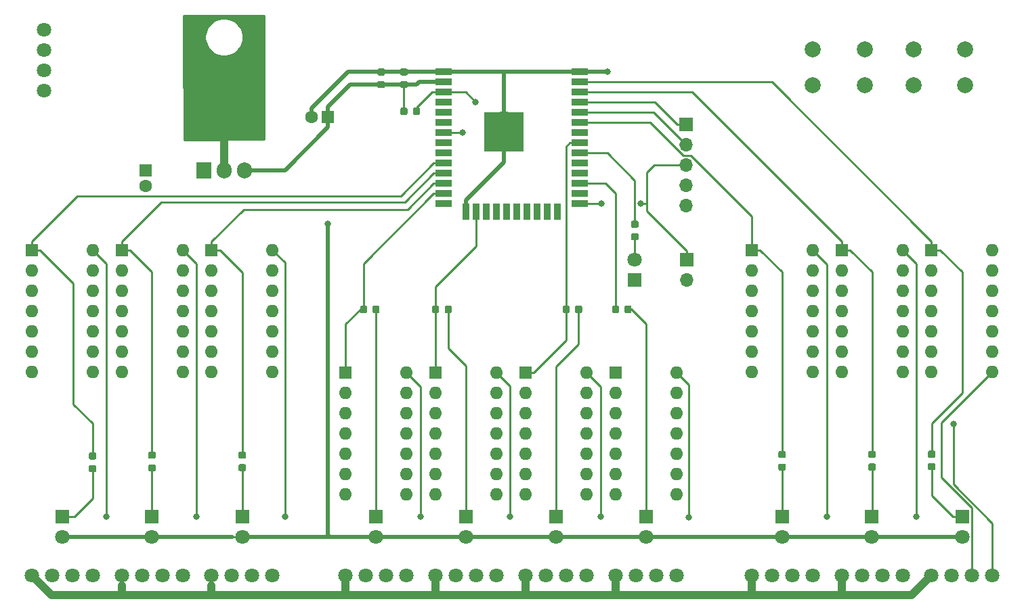
<source format=gbr>
G04 #@! TF.GenerationSoftware,KiCad,Pcbnew,5.1.5+dfsg1-2build2*
G04 #@! TF.CreationDate,2021-04-12T07:14:12+01:00*
G04 #@! TF.ProjectId,alarm_sensors,616c6172-6d5f-4736-956e-736f72732e6b,rev?*
G04 #@! TF.SameCoordinates,Original*
G04 #@! TF.FileFunction,Copper,L1,Top*
G04 #@! TF.FilePolarity,Positive*
%FSLAX46Y46*%
G04 Gerber Fmt 4.6, Leading zero omitted, Abs format (unit mm)*
G04 Created by KiCad (PCBNEW 5.1.5+dfsg1-2build2) date 2021-04-12 07:14:12*
%MOMM*%
%LPD*%
G04 APERTURE LIST*
%ADD10C,1.803400*%
%ADD11C,0.100000*%
%ADD12C,2.000000*%
%ADD13C,1.800000*%
%ADD14R,1.800000X1.800000*%
%ADD15O,1.700000X1.700000*%
%ADD16R,1.700000X1.700000*%
%ADD17O,1.600000X1.600000*%
%ADD18R,1.600000X1.600000*%
%ADD19O,1.905000X2.000000*%
%ADD20R,1.905000X2.000000*%
%ADD21C,1.600000*%
%ADD22R,5.000000X5.000000*%
%ADD23R,2.000000X0.900000*%
%ADD24R,0.900000X2.000000*%
%ADD25C,0.800000*%
%ADD26C,5.000000*%
%ADD27C,0.500000*%
%ADD28C,1.000000*%
%ADD29C,0.250000*%
%ADD30C,0.254000*%
G04 APERTURE END LIST*
D10*
X172500000Y-130750000D03*
X175040000Y-130750000D03*
X177580000Y-130750000D03*
X180120000Y-130750000D03*
X84025900Y-70064900D03*
X84025900Y-67524900D03*
X84025900Y-64984900D03*
X84025900Y-62444900D03*
X129370000Y-130750000D03*
X126830000Y-130750000D03*
X124290000Y-130750000D03*
X121750000Y-130750000D03*
X82500000Y-130750000D03*
X85040000Y-130750000D03*
X87580000Y-130750000D03*
X90120000Y-130750000D03*
G04 #@! TA.AperFunction,SMDPad,CuDef*
D11*
G36*
X130862491Y-72169053D02*
G01*
X130883726Y-72172203D01*
X130904550Y-72177419D01*
X130924762Y-72184651D01*
X130944168Y-72193830D01*
X130962581Y-72204866D01*
X130979824Y-72217654D01*
X130995730Y-72232070D01*
X131010146Y-72247976D01*
X131022934Y-72265219D01*
X131033970Y-72283632D01*
X131043149Y-72303038D01*
X131050381Y-72323250D01*
X131055597Y-72344074D01*
X131058747Y-72365309D01*
X131059800Y-72386750D01*
X131059800Y-72899250D01*
X131058747Y-72920691D01*
X131055597Y-72941926D01*
X131050381Y-72962750D01*
X131043149Y-72982962D01*
X131033970Y-73002368D01*
X131022934Y-73020781D01*
X131010146Y-73038024D01*
X130995730Y-73053930D01*
X130979824Y-73068346D01*
X130962581Y-73081134D01*
X130944168Y-73092170D01*
X130924762Y-73101349D01*
X130904550Y-73108581D01*
X130883726Y-73113797D01*
X130862491Y-73116947D01*
X130841050Y-73118000D01*
X130403550Y-73118000D01*
X130382109Y-73116947D01*
X130360874Y-73113797D01*
X130340050Y-73108581D01*
X130319838Y-73101349D01*
X130300432Y-73092170D01*
X130282019Y-73081134D01*
X130264776Y-73068346D01*
X130248870Y-73053930D01*
X130234454Y-73038024D01*
X130221666Y-73020781D01*
X130210630Y-73002368D01*
X130201451Y-72982962D01*
X130194219Y-72962750D01*
X130189003Y-72941926D01*
X130185853Y-72920691D01*
X130184800Y-72899250D01*
X130184800Y-72386750D01*
X130185853Y-72365309D01*
X130189003Y-72344074D01*
X130194219Y-72323250D01*
X130201451Y-72303038D01*
X130210630Y-72283632D01*
X130221666Y-72265219D01*
X130234454Y-72247976D01*
X130248870Y-72232070D01*
X130264776Y-72217654D01*
X130282019Y-72204866D01*
X130300432Y-72193830D01*
X130319838Y-72184651D01*
X130340050Y-72177419D01*
X130360874Y-72172203D01*
X130382109Y-72169053D01*
X130403550Y-72168000D01*
X130841050Y-72168000D01*
X130862491Y-72169053D01*
G37*
G04 #@! TD.AperFunction*
G04 #@! TA.AperFunction,SMDPad,CuDef*
G36*
X129287491Y-72169053D02*
G01*
X129308726Y-72172203D01*
X129329550Y-72177419D01*
X129349762Y-72184651D01*
X129369168Y-72193830D01*
X129387581Y-72204866D01*
X129404824Y-72217654D01*
X129420730Y-72232070D01*
X129435146Y-72247976D01*
X129447934Y-72265219D01*
X129458970Y-72283632D01*
X129468149Y-72303038D01*
X129475381Y-72323250D01*
X129480597Y-72344074D01*
X129483747Y-72365309D01*
X129484800Y-72386750D01*
X129484800Y-72899250D01*
X129483747Y-72920691D01*
X129480597Y-72941926D01*
X129475381Y-72962750D01*
X129468149Y-72982962D01*
X129458970Y-73002368D01*
X129447934Y-73020781D01*
X129435146Y-73038024D01*
X129420730Y-73053930D01*
X129404824Y-73068346D01*
X129387581Y-73081134D01*
X129369168Y-73092170D01*
X129349762Y-73101349D01*
X129329550Y-73108581D01*
X129308726Y-73113797D01*
X129287491Y-73116947D01*
X129266050Y-73118000D01*
X128828550Y-73118000D01*
X128807109Y-73116947D01*
X128785874Y-73113797D01*
X128765050Y-73108581D01*
X128744838Y-73101349D01*
X128725432Y-73092170D01*
X128707019Y-73081134D01*
X128689776Y-73068346D01*
X128673870Y-73053930D01*
X128659454Y-73038024D01*
X128646666Y-73020781D01*
X128635630Y-73002368D01*
X128626451Y-72982962D01*
X128619219Y-72962750D01*
X128614003Y-72941926D01*
X128610853Y-72920691D01*
X128609800Y-72899250D01*
X128609800Y-72386750D01*
X128610853Y-72365309D01*
X128614003Y-72344074D01*
X128619219Y-72323250D01*
X128626451Y-72303038D01*
X128635630Y-72283632D01*
X128646666Y-72265219D01*
X128659454Y-72247976D01*
X128673870Y-72232070D01*
X128689776Y-72217654D01*
X128707019Y-72204866D01*
X128725432Y-72193830D01*
X128744838Y-72184651D01*
X128765050Y-72177419D01*
X128785874Y-72172203D01*
X128807109Y-72169053D01*
X128828550Y-72168000D01*
X129266050Y-72168000D01*
X129287491Y-72169053D01*
G37*
G04 #@! TD.AperFunction*
D12*
X186626800Y-64896000D03*
X186626800Y-69396000D03*
X180126800Y-64896000D03*
X180126800Y-69396000D03*
G04 #@! TA.AperFunction,SMDPad,CuDef*
D11*
G36*
X158179491Y-87916553D02*
G01*
X158200726Y-87919703D01*
X158221550Y-87924919D01*
X158241762Y-87932151D01*
X158261168Y-87941330D01*
X158279581Y-87952366D01*
X158296824Y-87965154D01*
X158312730Y-87979570D01*
X158327146Y-87995476D01*
X158339934Y-88012719D01*
X158350970Y-88031132D01*
X158360149Y-88050538D01*
X158367381Y-88070750D01*
X158372597Y-88091574D01*
X158375747Y-88112809D01*
X158376800Y-88134250D01*
X158376800Y-88571750D01*
X158375747Y-88593191D01*
X158372597Y-88614426D01*
X158367381Y-88635250D01*
X158360149Y-88655462D01*
X158350970Y-88674868D01*
X158339934Y-88693281D01*
X158327146Y-88710524D01*
X158312730Y-88726430D01*
X158296824Y-88740846D01*
X158279581Y-88753634D01*
X158261168Y-88764670D01*
X158241762Y-88773849D01*
X158221550Y-88781081D01*
X158200726Y-88786297D01*
X158179491Y-88789447D01*
X158158050Y-88790500D01*
X157645550Y-88790500D01*
X157624109Y-88789447D01*
X157602874Y-88786297D01*
X157582050Y-88781081D01*
X157561838Y-88773849D01*
X157542432Y-88764670D01*
X157524019Y-88753634D01*
X157506776Y-88740846D01*
X157490870Y-88726430D01*
X157476454Y-88710524D01*
X157463666Y-88693281D01*
X157452630Y-88674868D01*
X157443451Y-88655462D01*
X157436219Y-88635250D01*
X157431003Y-88614426D01*
X157427853Y-88593191D01*
X157426800Y-88571750D01*
X157426800Y-88134250D01*
X157427853Y-88112809D01*
X157431003Y-88091574D01*
X157436219Y-88070750D01*
X157443451Y-88050538D01*
X157452630Y-88031132D01*
X157463666Y-88012719D01*
X157476454Y-87995476D01*
X157490870Y-87979570D01*
X157506776Y-87965154D01*
X157524019Y-87952366D01*
X157542432Y-87941330D01*
X157561838Y-87932151D01*
X157582050Y-87924919D01*
X157602874Y-87919703D01*
X157624109Y-87916553D01*
X157645550Y-87915500D01*
X158158050Y-87915500D01*
X158179491Y-87916553D01*
G37*
G04 #@! TD.AperFunction*
G04 #@! TA.AperFunction,SMDPad,CuDef*
G36*
X158179491Y-86341553D02*
G01*
X158200726Y-86344703D01*
X158221550Y-86349919D01*
X158241762Y-86357151D01*
X158261168Y-86366330D01*
X158279581Y-86377366D01*
X158296824Y-86390154D01*
X158312730Y-86404570D01*
X158327146Y-86420476D01*
X158339934Y-86437719D01*
X158350970Y-86456132D01*
X158360149Y-86475538D01*
X158367381Y-86495750D01*
X158372597Y-86516574D01*
X158375747Y-86537809D01*
X158376800Y-86559250D01*
X158376800Y-86996750D01*
X158375747Y-87018191D01*
X158372597Y-87039426D01*
X158367381Y-87060250D01*
X158360149Y-87080462D01*
X158350970Y-87099868D01*
X158339934Y-87118281D01*
X158327146Y-87135524D01*
X158312730Y-87151430D01*
X158296824Y-87165846D01*
X158279581Y-87178634D01*
X158261168Y-87189670D01*
X158241762Y-87198849D01*
X158221550Y-87206081D01*
X158200726Y-87211297D01*
X158179491Y-87214447D01*
X158158050Y-87215500D01*
X157645550Y-87215500D01*
X157624109Y-87214447D01*
X157602874Y-87211297D01*
X157582050Y-87206081D01*
X157561838Y-87198849D01*
X157542432Y-87189670D01*
X157524019Y-87178634D01*
X157506776Y-87165846D01*
X157490870Y-87151430D01*
X157476454Y-87135524D01*
X157463666Y-87118281D01*
X157452630Y-87099868D01*
X157443451Y-87080462D01*
X157436219Y-87060250D01*
X157431003Y-87039426D01*
X157427853Y-87018191D01*
X157426800Y-86996750D01*
X157426800Y-86559250D01*
X157427853Y-86537809D01*
X157431003Y-86516574D01*
X157436219Y-86495750D01*
X157443451Y-86475538D01*
X157452630Y-86456132D01*
X157463666Y-86437719D01*
X157476454Y-86420476D01*
X157490870Y-86404570D01*
X157506776Y-86390154D01*
X157524019Y-86377366D01*
X157542432Y-86366330D01*
X157561838Y-86357151D01*
X157582050Y-86349919D01*
X157602874Y-86344703D01*
X157624109Y-86341553D01*
X157645550Y-86340500D01*
X158158050Y-86340500D01*
X158179491Y-86341553D01*
G37*
G04 #@! TD.AperFunction*
G04 #@! TA.AperFunction,SMDPad,CuDef*
G36*
X195288891Y-116707453D02*
G01*
X195310126Y-116710603D01*
X195330950Y-116715819D01*
X195351162Y-116723051D01*
X195370568Y-116732230D01*
X195388981Y-116743266D01*
X195406224Y-116756054D01*
X195422130Y-116770470D01*
X195436546Y-116786376D01*
X195449334Y-116803619D01*
X195460370Y-116822032D01*
X195469549Y-116841438D01*
X195476781Y-116861650D01*
X195481997Y-116882474D01*
X195485147Y-116903709D01*
X195486200Y-116925150D01*
X195486200Y-117362650D01*
X195485147Y-117384091D01*
X195481997Y-117405326D01*
X195476781Y-117426150D01*
X195469549Y-117446362D01*
X195460370Y-117465768D01*
X195449334Y-117484181D01*
X195436546Y-117501424D01*
X195422130Y-117517330D01*
X195406224Y-117531746D01*
X195388981Y-117544534D01*
X195370568Y-117555570D01*
X195351162Y-117564749D01*
X195330950Y-117571981D01*
X195310126Y-117577197D01*
X195288891Y-117580347D01*
X195267450Y-117581400D01*
X194754950Y-117581400D01*
X194733509Y-117580347D01*
X194712274Y-117577197D01*
X194691450Y-117571981D01*
X194671238Y-117564749D01*
X194651832Y-117555570D01*
X194633419Y-117544534D01*
X194616176Y-117531746D01*
X194600270Y-117517330D01*
X194585854Y-117501424D01*
X194573066Y-117484181D01*
X194562030Y-117465768D01*
X194552851Y-117446362D01*
X194545619Y-117426150D01*
X194540403Y-117405326D01*
X194537253Y-117384091D01*
X194536200Y-117362650D01*
X194536200Y-116925150D01*
X194537253Y-116903709D01*
X194540403Y-116882474D01*
X194545619Y-116861650D01*
X194552851Y-116841438D01*
X194562030Y-116822032D01*
X194573066Y-116803619D01*
X194585854Y-116786376D01*
X194600270Y-116770470D01*
X194616176Y-116756054D01*
X194633419Y-116743266D01*
X194651832Y-116732230D01*
X194671238Y-116723051D01*
X194691450Y-116715819D01*
X194712274Y-116710603D01*
X194733509Y-116707453D01*
X194754950Y-116706400D01*
X195267450Y-116706400D01*
X195288891Y-116707453D01*
G37*
G04 #@! TD.AperFunction*
G04 #@! TA.AperFunction,SMDPad,CuDef*
G36*
X195288891Y-115132453D02*
G01*
X195310126Y-115135603D01*
X195330950Y-115140819D01*
X195351162Y-115148051D01*
X195370568Y-115157230D01*
X195388981Y-115168266D01*
X195406224Y-115181054D01*
X195422130Y-115195470D01*
X195436546Y-115211376D01*
X195449334Y-115228619D01*
X195460370Y-115247032D01*
X195469549Y-115266438D01*
X195476781Y-115286650D01*
X195481997Y-115307474D01*
X195485147Y-115328709D01*
X195486200Y-115350150D01*
X195486200Y-115787650D01*
X195485147Y-115809091D01*
X195481997Y-115830326D01*
X195476781Y-115851150D01*
X195469549Y-115871362D01*
X195460370Y-115890768D01*
X195449334Y-115909181D01*
X195436546Y-115926424D01*
X195422130Y-115942330D01*
X195406224Y-115956746D01*
X195388981Y-115969534D01*
X195370568Y-115980570D01*
X195351162Y-115989749D01*
X195330950Y-115996981D01*
X195310126Y-116002197D01*
X195288891Y-116005347D01*
X195267450Y-116006400D01*
X194754950Y-116006400D01*
X194733509Y-116005347D01*
X194712274Y-116002197D01*
X194691450Y-115996981D01*
X194671238Y-115989749D01*
X194651832Y-115980570D01*
X194633419Y-115969534D01*
X194616176Y-115956746D01*
X194600270Y-115942330D01*
X194585854Y-115926424D01*
X194573066Y-115909181D01*
X194562030Y-115890768D01*
X194552851Y-115871362D01*
X194545619Y-115851150D01*
X194540403Y-115830326D01*
X194537253Y-115809091D01*
X194536200Y-115787650D01*
X194536200Y-115350150D01*
X194537253Y-115328709D01*
X194540403Y-115307474D01*
X194545619Y-115286650D01*
X194552851Y-115266438D01*
X194562030Y-115247032D01*
X194573066Y-115228619D01*
X194585854Y-115211376D01*
X194600270Y-115195470D01*
X194616176Y-115181054D01*
X194633419Y-115168266D01*
X194651832Y-115157230D01*
X194671238Y-115148051D01*
X194691450Y-115140819D01*
X194712274Y-115135603D01*
X194733509Y-115132453D01*
X194754950Y-115131400D01*
X195267450Y-115131400D01*
X195288891Y-115132453D01*
G37*
G04 #@! TD.AperFunction*
G04 #@! TA.AperFunction,SMDPad,CuDef*
G36*
X187846691Y-116732853D02*
G01*
X187867926Y-116736003D01*
X187888750Y-116741219D01*
X187908962Y-116748451D01*
X187928368Y-116757630D01*
X187946781Y-116768666D01*
X187964024Y-116781454D01*
X187979930Y-116795870D01*
X187994346Y-116811776D01*
X188007134Y-116829019D01*
X188018170Y-116847432D01*
X188027349Y-116866838D01*
X188034581Y-116887050D01*
X188039797Y-116907874D01*
X188042947Y-116929109D01*
X188044000Y-116950550D01*
X188044000Y-117388050D01*
X188042947Y-117409491D01*
X188039797Y-117430726D01*
X188034581Y-117451550D01*
X188027349Y-117471762D01*
X188018170Y-117491168D01*
X188007134Y-117509581D01*
X187994346Y-117526824D01*
X187979930Y-117542730D01*
X187964024Y-117557146D01*
X187946781Y-117569934D01*
X187928368Y-117580970D01*
X187908962Y-117590149D01*
X187888750Y-117597381D01*
X187867926Y-117602597D01*
X187846691Y-117605747D01*
X187825250Y-117606800D01*
X187312750Y-117606800D01*
X187291309Y-117605747D01*
X187270074Y-117602597D01*
X187249250Y-117597381D01*
X187229038Y-117590149D01*
X187209632Y-117580970D01*
X187191219Y-117569934D01*
X187173976Y-117557146D01*
X187158070Y-117542730D01*
X187143654Y-117526824D01*
X187130866Y-117509581D01*
X187119830Y-117491168D01*
X187110651Y-117471762D01*
X187103419Y-117451550D01*
X187098203Y-117430726D01*
X187095053Y-117409491D01*
X187094000Y-117388050D01*
X187094000Y-116950550D01*
X187095053Y-116929109D01*
X187098203Y-116907874D01*
X187103419Y-116887050D01*
X187110651Y-116866838D01*
X187119830Y-116847432D01*
X187130866Y-116829019D01*
X187143654Y-116811776D01*
X187158070Y-116795870D01*
X187173976Y-116781454D01*
X187191219Y-116768666D01*
X187209632Y-116757630D01*
X187229038Y-116748451D01*
X187249250Y-116741219D01*
X187270074Y-116736003D01*
X187291309Y-116732853D01*
X187312750Y-116731800D01*
X187825250Y-116731800D01*
X187846691Y-116732853D01*
G37*
G04 #@! TD.AperFunction*
G04 #@! TA.AperFunction,SMDPad,CuDef*
G36*
X187846691Y-115157853D02*
G01*
X187867926Y-115161003D01*
X187888750Y-115166219D01*
X187908962Y-115173451D01*
X187928368Y-115182630D01*
X187946781Y-115193666D01*
X187964024Y-115206454D01*
X187979930Y-115220870D01*
X187994346Y-115236776D01*
X188007134Y-115254019D01*
X188018170Y-115272432D01*
X188027349Y-115291838D01*
X188034581Y-115312050D01*
X188039797Y-115332874D01*
X188042947Y-115354109D01*
X188044000Y-115375550D01*
X188044000Y-115813050D01*
X188042947Y-115834491D01*
X188039797Y-115855726D01*
X188034581Y-115876550D01*
X188027349Y-115896762D01*
X188018170Y-115916168D01*
X188007134Y-115934581D01*
X187994346Y-115951824D01*
X187979930Y-115967730D01*
X187964024Y-115982146D01*
X187946781Y-115994934D01*
X187928368Y-116005970D01*
X187908962Y-116015149D01*
X187888750Y-116022381D01*
X187867926Y-116027597D01*
X187846691Y-116030747D01*
X187825250Y-116031800D01*
X187312750Y-116031800D01*
X187291309Y-116030747D01*
X187270074Y-116027597D01*
X187249250Y-116022381D01*
X187229038Y-116015149D01*
X187209632Y-116005970D01*
X187191219Y-115994934D01*
X187173976Y-115982146D01*
X187158070Y-115967730D01*
X187143654Y-115951824D01*
X187130866Y-115934581D01*
X187119830Y-115916168D01*
X187110651Y-115896762D01*
X187103419Y-115876550D01*
X187098203Y-115855726D01*
X187095053Y-115834491D01*
X187094000Y-115813050D01*
X187094000Y-115375550D01*
X187095053Y-115354109D01*
X187098203Y-115332874D01*
X187103419Y-115312050D01*
X187110651Y-115291838D01*
X187119830Y-115272432D01*
X187130866Y-115254019D01*
X187143654Y-115236776D01*
X187158070Y-115220870D01*
X187173976Y-115206454D01*
X187191219Y-115193666D01*
X187209632Y-115182630D01*
X187229038Y-115173451D01*
X187249250Y-115166219D01*
X187270074Y-115161003D01*
X187291309Y-115157853D01*
X187312750Y-115156800D01*
X187825250Y-115156800D01*
X187846691Y-115157853D01*
G37*
G04 #@! TD.AperFunction*
G04 #@! TA.AperFunction,SMDPad,CuDef*
G36*
X176607191Y-116745553D02*
G01*
X176628426Y-116748703D01*
X176649250Y-116753919D01*
X176669462Y-116761151D01*
X176688868Y-116770330D01*
X176707281Y-116781366D01*
X176724524Y-116794154D01*
X176740430Y-116808570D01*
X176754846Y-116824476D01*
X176767634Y-116841719D01*
X176778670Y-116860132D01*
X176787849Y-116879538D01*
X176795081Y-116899750D01*
X176800297Y-116920574D01*
X176803447Y-116941809D01*
X176804500Y-116963250D01*
X176804500Y-117400750D01*
X176803447Y-117422191D01*
X176800297Y-117443426D01*
X176795081Y-117464250D01*
X176787849Y-117484462D01*
X176778670Y-117503868D01*
X176767634Y-117522281D01*
X176754846Y-117539524D01*
X176740430Y-117555430D01*
X176724524Y-117569846D01*
X176707281Y-117582634D01*
X176688868Y-117593670D01*
X176669462Y-117602849D01*
X176649250Y-117610081D01*
X176628426Y-117615297D01*
X176607191Y-117618447D01*
X176585750Y-117619500D01*
X176073250Y-117619500D01*
X176051809Y-117618447D01*
X176030574Y-117615297D01*
X176009750Y-117610081D01*
X175989538Y-117602849D01*
X175970132Y-117593670D01*
X175951719Y-117582634D01*
X175934476Y-117569846D01*
X175918570Y-117555430D01*
X175904154Y-117539524D01*
X175891366Y-117522281D01*
X175880330Y-117503868D01*
X175871151Y-117484462D01*
X175863919Y-117464250D01*
X175858703Y-117443426D01*
X175855553Y-117422191D01*
X175854500Y-117400750D01*
X175854500Y-116963250D01*
X175855553Y-116941809D01*
X175858703Y-116920574D01*
X175863919Y-116899750D01*
X175871151Y-116879538D01*
X175880330Y-116860132D01*
X175891366Y-116841719D01*
X175904154Y-116824476D01*
X175918570Y-116808570D01*
X175934476Y-116794154D01*
X175951719Y-116781366D01*
X175970132Y-116770330D01*
X175989538Y-116761151D01*
X176009750Y-116753919D01*
X176030574Y-116748703D01*
X176051809Y-116745553D01*
X176073250Y-116744500D01*
X176585750Y-116744500D01*
X176607191Y-116745553D01*
G37*
G04 #@! TD.AperFunction*
G04 #@! TA.AperFunction,SMDPad,CuDef*
G36*
X176607191Y-115170553D02*
G01*
X176628426Y-115173703D01*
X176649250Y-115178919D01*
X176669462Y-115186151D01*
X176688868Y-115195330D01*
X176707281Y-115206366D01*
X176724524Y-115219154D01*
X176740430Y-115233570D01*
X176754846Y-115249476D01*
X176767634Y-115266719D01*
X176778670Y-115285132D01*
X176787849Y-115304538D01*
X176795081Y-115324750D01*
X176800297Y-115345574D01*
X176803447Y-115366809D01*
X176804500Y-115388250D01*
X176804500Y-115825750D01*
X176803447Y-115847191D01*
X176800297Y-115868426D01*
X176795081Y-115889250D01*
X176787849Y-115909462D01*
X176778670Y-115928868D01*
X176767634Y-115947281D01*
X176754846Y-115964524D01*
X176740430Y-115980430D01*
X176724524Y-115994846D01*
X176707281Y-116007634D01*
X176688868Y-116018670D01*
X176669462Y-116027849D01*
X176649250Y-116035081D01*
X176628426Y-116040297D01*
X176607191Y-116043447D01*
X176585750Y-116044500D01*
X176073250Y-116044500D01*
X176051809Y-116043447D01*
X176030574Y-116040297D01*
X176009750Y-116035081D01*
X175989538Y-116027849D01*
X175970132Y-116018670D01*
X175951719Y-116007634D01*
X175934476Y-115994846D01*
X175918570Y-115980430D01*
X175904154Y-115964524D01*
X175891366Y-115947281D01*
X175880330Y-115928868D01*
X175871151Y-115909462D01*
X175863919Y-115889250D01*
X175858703Y-115868426D01*
X175855553Y-115847191D01*
X175854500Y-115825750D01*
X175854500Y-115388250D01*
X175855553Y-115366809D01*
X175858703Y-115345574D01*
X175863919Y-115324750D01*
X175871151Y-115304538D01*
X175880330Y-115285132D01*
X175891366Y-115266719D01*
X175904154Y-115249476D01*
X175918570Y-115233570D01*
X175934476Y-115219154D01*
X175951719Y-115206366D01*
X175970132Y-115195330D01*
X175989538Y-115186151D01*
X176009750Y-115178919D01*
X176030574Y-115173703D01*
X176051809Y-115170553D01*
X176073250Y-115169500D01*
X176585750Y-115169500D01*
X176607191Y-115170553D01*
G37*
G04 #@! TD.AperFunction*
G04 #@! TA.AperFunction,SMDPad,CuDef*
G36*
X157303891Y-96959453D02*
G01*
X157325126Y-96962603D01*
X157345950Y-96967819D01*
X157366162Y-96975051D01*
X157385568Y-96984230D01*
X157403981Y-96995266D01*
X157421224Y-97008054D01*
X157437130Y-97022470D01*
X157451546Y-97038376D01*
X157464334Y-97055619D01*
X157475370Y-97074032D01*
X157484549Y-97093438D01*
X157491781Y-97113650D01*
X157496997Y-97134474D01*
X157500147Y-97155709D01*
X157501200Y-97177150D01*
X157501200Y-97689650D01*
X157500147Y-97711091D01*
X157496997Y-97732326D01*
X157491781Y-97753150D01*
X157484549Y-97773362D01*
X157475370Y-97792768D01*
X157464334Y-97811181D01*
X157451546Y-97828424D01*
X157437130Y-97844330D01*
X157421224Y-97858746D01*
X157403981Y-97871534D01*
X157385568Y-97882570D01*
X157366162Y-97891749D01*
X157345950Y-97898981D01*
X157325126Y-97904197D01*
X157303891Y-97907347D01*
X157282450Y-97908400D01*
X156844950Y-97908400D01*
X156823509Y-97907347D01*
X156802274Y-97904197D01*
X156781450Y-97898981D01*
X156761238Y-97891749D01*
X156741832Y-97882570D01*
X156723419Y-97871534D01*
X156706176Y-97858746D01*
X156690270Y-97844330D01*
X156675854Y-97828424D01*
X156663066Y-97811181D01*
X156652030Y-97792768D01*
X156642851Y-97773362D01*
X156635619Y-97753150D01*
X156630403Y-97732326D01*
X156627253Y-97711091D01*
X156626200Y-97689650D01*
X156626200Y-97177150D01*
X156627253Y-97155709D01*
X156630403Y-97134474D01*
X156635619Y-97113650D01*
X156642851Y-97093438D01*
X156652030Y-97074032D01*
X156663066Y-97055619D01*
X156675854Y-97038376D01*
X156690270Y-97022470D01*
X156706176Y-97008054D01*
X156723419Y-96995266D01*
X156741832Y-96984230D01*
X156761238Y-96975051D01*
X156781450Y-96967819D01*
X156802274Y-96962603D01*
X156823509Y-96959453D01*
X156844950Y-96958400D01*
X157282450Y-96958400D01*
X157303891Y-96959453D01*
G37*
G04 #@! TD.AperFunction*
G04 #@! TA.AperFunction,SMDPad,CuDef*
G36*
X155728891Y-96959453D02*
G01*
X155750126Y-96962603D01*
X155770950Y-96967819D01*
X155791162Y-96975051D01*
X155810568Y-96984230D01*
X155828981Y-96995266D01*
X155846224Y-97008054D01*
X155862130Y-97022470D01*
X155876546Y-97038376D01*
X155889334Y-97055619D01*
X155900370Y-97074032D01*
X155909549Y-97093438D01*
X155916781Y-97113650D01*
X155921997Y-97134474D01*
X155925147Y-97155709D01*
X155926200Y-97177150D01*
X155926200Y-97689650D01*
X155925147Y-97711091D01*
X155921997Y-97732326D01*
X155916781Y-97753150D01*
X155909549Y-97773362D01*
X155900370Y-97792768D01*
X155889334Y-97811181D01*
X155876546Y-97828424D01*
X155862130Y-97844330D01*
X155846224Y-97858746D01*
X155828981Y-97871534D01*
X155810568Y-97882570D01*
X155791162Y-97891749D01*
X155770950Y-97898981D01*
X155750126Y-97904197D01*
X155728891Y-97907347D01*
X155707450Y-97908400D01*
X155269950Y-97908400D01*
X155248509Y-97907347D01*
X155227274Y-97904197D01*
X155206450Y-97898981D01*
X155186238Y-97891749D01*
X155166832Y-97882570D01*
X155148419Y-97871534D01*
X155131176Y-97858746D01*
X155115270Y-97844330D01*
X155100854Y-97828424D01*
X155088066Y-97811181D01*
X155077030Y-97792768D01*
X155067851Y-97773362D01*
X155060619Y-97753150D01*
X155055403Y-97732326D01*
X155052253Y-97711091D01*
X155051200Y-97689650D01*
X155051200Y-97177150D01*
X155052253Y-97155709D01*
X155055403Y-97134474D01*
X155060619Y-97113650D01*
X155067851Y-97093438D01*
X155077030Y-97074032D01*
X155088066Y-97055619D01*
X155100854Y-97038376D01*
X155115270Y-97022470D01*
X155131176Y-97008054D01*
X155148419Y-96995266D01*
X155166832Y-96984230D01*
X155186238Y-96975051D01*
X155206450Y-96967819D01*
X155227274Y-96962603D01*
X155248509Y-96959453D01*
X155269950Y-96958400D01*
X155707450Y-96958400D01*
X155728891Y-96959453D01*
G37*
G04 #@! TD.AperFunction*
G04 #@! TA.AperFunction,SMDPad,CuDef*
G36*
X151131691Y-96959453D02*
G01*
X151152926Y-96962603D01*
X151173750Y-96967819D01*
X151193962Y-96975051D01*
X151213368Y-96984230D01*
X151231781Y-96995266D01*
X151249024Y-97008054D01*
X151264930Y-97022470D01*
X151279346Y-97038376D01*
X151292134Y-97055619D01*
X151303170Y-97074032D01*
X151312349Y-97093438D01*
X151319581Y-97113650D01*
X151324797Y-97134474D01*
X151327947Y-97155709D01*
X151329000Y-97177150D01*
X151329000Y-97689650D01*
X151327947Y-97711091D01*
X151324797Y-97732326D01*
X151319581Y-97753150D01*
X151312349Y-97773362D01*
X151303170Y-97792768D01*
X151292134Y-97811181D01*
X151279346Y-97828424D01*
X151264930Y-97844330D01*
X151249024Y-97858746D01*
X151231781Y-97871534D01*
X151213368Y-97882570D01*
X151193962Y-97891749D01*
X151173750Y-97898981D01*
X151152926Y-97904197D01*
X151131691Y-97907347D01*
X151110250Y-97908400D01*
X150672750Y-97908400D01*
X150651309Y-97907347D01*
X150630074Y-97904197D01*
X150609250Y-97898981D01*
X150589038Y-97891749D01*
X150569632Y-97882570D01*
X150551219Y-97871534D01*
X150533976Y-97858746D01*
X150518070Y-97844330D01*
X150503654Y-97828424D01*
X150490866Y-97811181D01*
X150479830Y-97792768D01*
X150470651Y-97773362D01*
X150463419Y-97753150D01*
X150458203Y-97732326D01*
X150455053Y-97711091D01*
X150454000Y-97689650D01*
X150454000Y-97177150D01*
X150455053Y-97155709D01*
X150458203Y-97134474D01*
X150463419Y-97113650D01*
X150470651Y-97093438D01*
X150479830Y-97074032D01*
X150490866Y-97055619D01*
X150503654Y-97038376D01*
X150518070Y-97022470D01*
X150533976Y-97008054D01*
X150551219Y-96995266D01*
X150569632Y-96984230D01*
X150589038Y-96975051D01*
X150609250Y-96967819D01*
X150630074Y-96962603D01*
X150651309Y-96959453D01*
X150672750Y-96958400D01*
X151110250Y-96958400D01*
X151131691Y-96959453D01*
G37*
G04 #@! TD.AperFunction*
G04 #@! TA.AperFunction,SMDPad,CuDef*
G36*
X149556691Y-96959453D02*
G01*
X149577926Y-96962603D01*
X149598750Y-96967819D01*
X149618962Y-96975051D01*
X149638368Y-96984230D01*
X149656781Y-96995266D01*
X149674024Y-97008054D01*
X149689930Y-97022470D01*
X149704346Y-97038376D01*
X149717134Y-97055619D01*
X149728170Y-97074032D01*
X149737349Y-97093438D01*
X149744581Y-97113650D01*
X149749797Y-97134474D01*
X149752947Y-97155709D01*
X149754000Y-97177150D01*
X149754000Y-97689650D01*
X149752947Y-97711091D01*
X149749797Y-97732326D01*
X149744581Y-97753150D01*
X149737349Y-97773362D01*
X149728170Y-97792768D01*
X149717134Y-97811181D01*
X149704346Y-97828424D01*
X149689930Y-97844330D01*
X149674024Y-97858746D01*
X149656781Y-97871534D01*
X149638368Y-97882570D01*
X149618962Y-97891749D01*
X149598750Y-97898981D01*
X149577926Y-97904197D01*
X149556691Y-97907347D01*
X149535250Y-97908400D01*
X149097750Y-97908400D01*
X149076309Y-97907347D01*
X149055074Y-97904197D01*
X149034250Y-97898981D01*
X149014038Y-97891749D01*
X148994632Y-97882570D01*
X148976219Y-97871534D01*
X148958976Y-97858746D01*
X148943070Y-97844330D01*
X148928654Y-97828424D01*
X148915866Y-97811181D01*
X148904830Y-97792768D01*
X148895651Y-97773362D01*
X148888419Y-97753150D01*
X148883203Y-97732326D01*
X148880053Y-97711091D01*
X148879000Y-97689650D01*
X148879000Y-97177150D01*
X148880053Y-97155709D01*
X148883203Y-97134474D01*
X148888419Y-97113650D01*
X148895651Y-97093438D01*
X148904830Y-97074032D01*
X148915866Y-97055619D01*
X148928654Y-97038376D01*
X148943070Y-97022470D01*
X148958976Y-97008054D01*
X148976219Y-96995266D01*
X148994632Y-96984230D01*
X149014038Y-96975051D01*
X149034250Y-96967819D01*
X149055074Y-96962603D01*
X149076309Y-96959453D01*
X149097750Y-96958400D01*
X149535250Y-96958400D01*
X149556691Y-96959453D01*
G37*
G04 #@! TD.AperFunction*
G04 #@! TA.AperFunction,SMDPad,CuDef*
G36*
X134812191Y-96972153D02*
G01*
X134833426Y-96975303D01*
X134854250Y-96980519D01*
X134874462Y-96987751D01*
X134893868Y-96996930D01*
X134912281Y-97007966D01*
X134929524Y-97020754D01*
X134945430Y-97035170D01*
X134959846Y-97051076D01*
X134972634Y-97068319D01*
X134983670Y-97086732D01*
X134992849Y-97106138D01*
X135000081Y-97126350D01*
X135005297Y-97147174D01*
X135008447Y-97168409D01*
X135009500Y-97189850D01*
X135009500Y-97702350D01*
X135008447Y-97723791D01*
X135005297Y-97745026D01*
X135000081Y-97765850D01*
X134992849Y-97786062D01*
X134983670Y-97805468D01*
X134972634Y-97823881D01*
X134959846Y-97841124D01*
X134945430Y-97857030D01*
X134929524Y-97871446D01*
X134912281Y-97884234D01*
X134893868Y-97895270D01*
X134874462Y-97904449D01*
X134854250Y-97911681D01*
X134833426Y-97916897D01*
X134812191Y-97920047D01*
X134790750Y-97921100D01*
X134353250Y-97921100D01*
X134331809Y-97920047D01*
X134310574Y-97916897D01*
X134289750Y-97911681D01*
X134269538Y-97904449D01*
X134250132Y-97895270D01*
X134231719Y-97884234D01*
X134214476Y-97871446D01*
X134198570Y-97857030D01*
X134184154Y-97841124D01*
X134171366Y-97823881D01*
X134160330Y-97805468D01*
X134151151Y-97786062D01*
X134143919Y-97765850D01*
X134138703Y-97745026D01*
X134135553Y-97723791D01*
X134134500Y-97702350D01*
X134134500Y-97189850D01*
X134135553Y-97168409D01*
X134138703Y-97147174D01*
X134143919Y-97126350D01*
X134151151Y-97106138D01*
X134160330Y-97086732D01*
X134171366Y-97068319D01*
X134184154Y-97051076D01*
X134198570Y-97035170D01*
X134214476Y-97020754D01*
X134231719Y-97007966D01*
X134250132Y-96996930D01*
X134269538Y-96987751D01*
X134289750Y-96980519D01*
X134310574Y-96975303D01*
X134331809Y-96972153D01*
X134353250Y-96971100D01*
X134790750Y-96971100D01*
X134812191Y-96972153D01*
G37*
G04 #@! TD.AperFunction*
G04 #@! TA.AperFunction,SMDPad,CuDef*
G36*
X133237191Y-96972153D02*
G01*
X133258426Y-96975303D01*
X133279250Y-96980519D01*
X133299462Y-96987751D01*
X133318868Y-96996930D01*
X133337281Y-97007966D01*
X133354524Y-97020754D01*
X133370430Y-97035170D01*
X133384846Y-97051076D01*
X133397634Y-97068319D01*
X133408670Y-97086732D01*
X133417849Y-97106138D01*
X133425081Y-97126350D01*
X133430297Y-97147174D01*
X133433447Y-97168409D01*
X133434500Y-97189850D01*
X133434500Y-97702350D01*
X133433447Y-97723791D01*
X133430297Y-97745026D01*
X133425081Y-97765850D01*
X133417849Y-97786062D01*
X133408670Y-97805468D01*
X133397634Y-97823881D01*
X133384846Y-97841124D01*
X133370430Y-97857030D01*
X133354524Y-97871446D01*
X133337281Y-97884234D01*
X133318868Y-97895270D01*
X133299462Y-97904449D01*
X133279250Y-97911681D01*
X133258426Y-97916897D01*
X133237191Y-97920047D01*
X133215750Y-97921100D01*
X132778250Y-97921100D01*
X132756809Y-97920047D01*
X132735574Y-97916897D01*
X132714750Y-97911681D01*
X132694538Y-97904449D01*
X132675132Y-97895270D01*
X132656719Y-97884234D01*
X132639476Y-97871446D01*
X132623570Y-97857030D01*
X132609154Y-97841124D01*
X132596366Y-97823881D01*
X132585330Y-97805468D01*
X132576151Y-97786062D01*
X132568919Y-97765850D01*
X132563703Y-97745026D01*
X132560553Y-97723791D01*
X132559500Y-97702350D01*
X132559500Y-97189850D01*
X132560553Y-97168409D01*
X132563703Y-97147174D01*
X132568919Y-97126350D01*
X132576151Y-97106138D01*
X132585330Y-97086732D01*
X132596366Y-97068319D01*
X132609154Y-97051076D01*
X132623570Y-97035170D01*
X132639476Y-97020754D01*
X132656719Y-97007966D01*
X132675132Y-96996930D01*
X132694538Y-96987751D01*
X132714750Y-96980519D01*
X132735574Y-96975303D01*
X132756809Y-96972153D01*
X132778250Y-96971100D01*
X133215750Y-96971100D01*
X133237191Y-96972153D01*
G37*
G04 #@! TD.AperFunction*
G04 #@! TA.AperFunction,SMDPad,CuDef*
G36*
X125807891Y-96972153D02*
G01*
X125829126Y-96975303D01*
X125849950Y-96980519D01*
X125870162Y-96987751D01*
X125889568Y-96996930D01*
X125907981Y-97007966D01*
X125925224Y-97020754D01*
X125941130Y-97035170D01*
X125955546Y-97051076D01*
X125968334Y-97068319D01*
X125979370Y-97086732D01*
X125988549Y-97106138D01*
X125995781Y-97126350D01*
X126000997Y-97147174D01*
X126004147Y-97168409D01*
X126005200Y-97189850D01*
X126005200Y-97702350D01*
X126004147Y-97723791D01*
X126000997Y-97745026D01*
X125995781Y-97765850D01*
X125988549Y-97786062D01*
X125979370Y-97805468D01*
X125968334Y-97823881D01*
X125955546Y-97841124D01*
X125941130Y-97857030D01*
X125925224Y-97871446D01*
X125907981Y-97884234D01*
X125889568Y-97895270D01*
X125870162Y-97904449D01*
X125849950Y-97911681D01*
X125829126Y-97916897D01*
X125807891Y-97920047D01*
X125786450Y-97921100D01*
X125348950Y-97921100D01*
X125327509Y-97920047D01*
X125306274Y-97916897D01*
X125285450Y-97911681D01*
X125265238Y-97904449D01*
X125245832Y-97895270D01*
X125227419Y-97884234D01*
X125210176Y-97871446D01*
X125194270Y-97857030D01*
X125179854Y-97841124D01*
X125167066Y-97823881D01*
X125156030Y-97805468D01*
X125146851Y-97786062D01*
X125139619Y-97765850D01*
X125134403Y-97745026D01*
X125131253Y-97723791D01*
X125130200Y-97702350D01*
X125130200Y-97189850D01*
X125131253Y-97168409D01*
X125134403Y-97147174D01*
X125139619Y-97126350D01*
X125146851Y-97106138D01*
X125156030Y-97086732D01*
X125167066Y-97068319D01*
X125179854Y-97051076D01*
X125194270Y-97035170D01*
X125210176Y-97020754D01*
X125227419Y-97007966D01*
X125245832Y-96996930D01*
X125265238Y-96987751D01*
X125285450Y-96980519D01*
X125306274Y-96975303D01*
X125327509Y-96972153D01*
X125348950Y-96971100D01*
X125786450Y-96971100D01*
X125807891Y-96972153D01*
G37*
G04 #@! TD.AperFunction*
G04 #@! TA.AperFunction,SMDPad,CuDef*
G36*
X124232891Y-96972153D02*
G01*
X124254126Y-96975303D01*
X124274950Y-96980519D01*
X124295162Y-96987751D01*
X124314568Y-96996930D01*
X124332981Y-97007966D01*
X124350224Y-97020754D01*
X124366130Y-97035170D01*
X124380546Y-97051076D01*
X124393334Y-97068319D01*
X124404370Y-97086732D01*
X124413549Y-97106138D01*
X124420781Y-97126350D01*
X124425997Y-97147174D01*
X124429147Y-97168409D01*
X124430200Y-97189850D01*
X124430200Y-97702350D01*
X124429147Y-97723791D01*
X124425997Y-97745026D01*
X124420781Y-97765850D01*
X124413549Y-97786062D01*
X124404370Y-97805468D01*
X124393334Y-97823881D01*
X124380546Y-97841124D01*
X124366130Y-97857030D01*
X124350224Y-97871446D01*
X124332981Y-97884234D01*
X124314568Y-97895270D01*
X124295162Y-97904449D01*
X124274950Y-97911681D01*
X124254126Y-97916897D01*
X124232891Y-97920047D01*
X124211450Y-97921100D01*
X123773950Y-97921100D01*
X123752509Y-97920047D01*
X123731274Y-97916897D01*
X123710450Y-97911681D01*
X123690238Y-97904449D01*
X123670832Y-97895270D01*
X123652419Y-97884234D01*
X123635176Y-97871446D01*
X123619270Y-97857030D01*
X123604854Y-97841124D01*
X123592066Y-97823881D01*
X123581030Y-97805468D01*
X123571851Y-97786062D01*
X123564619Y-97765850D01*
X123559403Y-97745026D01*
X123556253Y-97723791D01*
X123555200Y-97702350D01*
X123555200Y-97189850D01*
X123556253Y-97168409D01*
X123559403Y-97147174D01*
X123564619Y-97126350D01*
X123571851Y-97106138D01*
X123581030Y-97086732D01*
X123592066Y-97068319D01*
X123604854Y-97051076D01*
X123619270Y-97035170D01*
X123635176Y-97020754D01*
X123652419Y-97007966D01*
X123670832Y-96996930D01*
X123690238Y-96987751D01*
X123710450Y-96980519D01*
X123731274Y-96975303D01*
X123752509Y-96972153D01*
X123773950Y-96971100D01*
X124211450Y-96971100D01*
X124232891Y-96972153D01*
G37*
G04 #@! TD.AperFunction*
G04 #@! TA.AperFunction,SMDPad,CuDef*
G36*
X109119391Y-116821653D02*
G01*
X109140626Y-116824803D01*
X109161450Y-116830019D01*
X109181662Y-116837251D01*
X109201068Y-116846430D01*
X109219481Y-116857466D01*
X109236724Y-116870254D01*
X109252630Y-116884670D01*
X109267046Y-116900576D01*
X109279834Y-116917819D01*
X109290870Y-116936232D01*
X109300049Y-116955638D01*
X109307281Y-116975850D01*
X109312497Y-116996674D01*
X109315647Y-117017909D01*
X109316700Y-117039350D01*
X109316700Y-117476850D01*
X109315647Y-117498291D01*
X109312497Y-117519526D01*
X109307281Y-117540350D01*
X109300049Y-117560562D01*
X109290870Y-117579968D01*
X109279834Y-117598381D01*
X109267046Y-117615624D01*
X109252630Y-117631530D01*
X109236724Y-117645946D01*
X109219481Y-117658734D01*
X109201068Y-117669770D01*
X109181662Y-117678949D01*
X109161450Y-117686181D01*
X109140626Y-117691397D01*
X109119391Y-117694547D01*
X109097950Y-117695600D01*
X108585450Y-117695600D01*
X108564009Y-117694547D01*
X108542774Y-117691397D01*
X108521950Y-117686181D01*
X108501738Y-117678949D01*
X108482332Y-117669770D01*
X108463919Y-117658734D01*
X108446676Y-117645946D01*
X108430770Y-117631530D01*
X108416354Y-117615624D01*
X108403566Y-117598381D01*
X108392530Y-117579968D01*
X108383351Y-117560562D01*
X108376119Y-117540350D01*
X108370903Y-117519526D01*
X108367753Y-117498291D01*
X108366700Y-117476850D01*
X108366700Y-117039350D01*
X108367753Y-117017909D01*
X108370903Y-116996674D01*
X108376119Y-116975850D01*
X108383351Y-116955638D01*
X108392530Y-116936232D01*
X108403566Y-116917819D01*
X108416354Y-116900576D01*
X108430770Y-116884670D01*
X108446676Y-116870254D01*
X108463919Y-116857466D01*
X108482332Y-116846430D01*
X108501738Y-116837251D01*
X108521950Y-116830019D01*
X108542774Y-116824803D01*
X108564009Y-116821653D01*
X108585450Y-116820600D01*
X109097950Y-116820600D01*
X109119391Y-116821653D01*
G37*
G04 #@! TD.AperFunction*
G04 #@! TA.AperFunction,SMDPad,CuDef*
G36*
X109119391Y-115246653D02*
G01*
X109140626Y-115249803D01*
X109161450Y-115255019D01*
X109181662Y-115262251D01*
X109201068Y-115271430D01*
X109219481Y-115282466D01*
X109236724Y-115295254D01*
X109252630Y-115309670D01*
X109267046Y-115325576D01*
X109279834Y-115342819D01*
X109290870Y-115361232D01*
X109300049Y-115380638D01*
X109307281Y-115400850D01*
X109312497Y-115421674D01*
X109315647Y-115442909D01*
X109316700Y-115464350D01*
X109316700Y-115901850D01*
X109315647Y-115923291D01*
X109312497Y-115944526D01*
X109307281Y-115965350D01*
X109300049Y-115985562D01*
X109290870Y-116004968D01*
X109279834Y-116023381D01*
X109267046Y-116040624D01*
X109252630Y-116056530D01*
X109236724Y-116070946D01*
X109219481Y-116083734D01*
X109201068Y-116094770D01*
X109181662Y-116103949D01*
X109161450Y-116111181D01*
X109140626Y-116116397D01*
X109119391Y-116119547D01*
X109097950Y-116120600D01*
X108585450Y-116120600D01*
X108564009Y-116119547D01*
X108542774Y-116116397D01*
X108521950Y-116111181D01*
X108501738Y-116103949D01*
X108482332Y-116094770D01*
X108463919Y-116083734D01*
X108446676Y-116070946D01*
X108430770Y-116056530D01*
X108416354Y-116040624D01*
X108403566Y-116023381D01*
X108392530Y-116004968D01*
X108383351Y-115985562D01*
X108376119Y-115965350D01*
X108370903Y-115944526D01*
X108367753Y-115923291D01*
X108366700Y-115901850D01*
X108366700Y-115464350D01*
X108367753Y-115442909D01*
X108370903Y-115421674D01*
X108376119Y-115400850D01*
X108383351Y-115380638D01*
X108392530Y-115361232D01*
X108403566Y-115342819D01*
X108416354Y-115325576D01*
X108430770Y-115309670D01*
X108446676Y-115295254D01*
X108463919Y-115282466D01*
X108482332Y-115271430D01*
X108501738Y-115262251D01*
X108521950Y-115255019D01*
X108542774Y-115249803D01*
X108564009Y-115246653D01*
X108585450Y-115245600D01*
X109097950Y-115245600D01*
X109119391Y-115246653D01*
G37*
G04 #@! TD.AperFunction*
G04 #@! TA.AperFunction,SMDPad,CuDef*
G36*
X97829091Y-116834453D02*
G01*
X97850326Y-116837603D01*
X97871150Y-116842819D01*
X97891362Y-116850051D01*
X97910768Y-116859230D01*
X97929181Y-116870266D01*
X97946424Y-116883054D01*
X97962330Y-116897470D01*
X97976746Y-116913376D01*
X97989534Y-116930619D01*
X98000570Y-116949032D01*
X98009749Y-116968438D01*
X98016981Y-116988650D01*
X98022197Y-117009474D01*
X98025347Y-117030709D01*
X98026400Y-117052150D01*
X98026400Y-117489650D01*
X98025347Y-117511091D01*
X98022197Y-117532326D01*
X98016981Y-117553150D01*
X98009749Y-117573362D01*
X98000570Y-117592768D01*
X97989534Y-117611181D01*
X97976746Y-117628424D01*
X97962330Y-117644330D01*
X97946424Y-117658746D01*
X97929181Y-117671534D01*
X97910768Y-117682570D01*
X97891362Y-117691749D01*
X97871150Y-117698981D01*
X97850326Y-117704197D01*
X97829091Y-117707347D01*
X97807650Y-117708400D01*
X97295150Y-117708400D01*
X97273709Y-117707347D01*
X97252474Y-117704197D01*
X97231650Y-117698981D01*
X97211438Y-117691749D01*
X97192032Y-117682570D01*
X97173619Y-117671534D01*
X97156376Y-117658746D01*
X97140470Y-117644330D01*
X97126054Y-117628424D01*
X97113266Y-117611181D01*
X97102230Y-117592768D01*
X97093051Y-117573362D01*
X97085819Y-117553150D01*
X97080603Y-117532326D01*
X97077453Y-117511091D01*
X97076400Y-117489650D01*
X97076400Y-117052150D01*
X97077453Y-117030709D01*
X97080603Y-117009474D01*
X97085819Y-116988650D01*
X97093051Y-116968438D01*
X97102230Y-116949032D01*
X97113266Y-116930619D01*
X97126054Y-116913376D01*
X97140470Y-116897470D01*
X97156376Y-116883054D01*
X97173619Y-116870266D01*
X97192032Y-116859230D01*
X97211438Y-116850051D01*
X97231650Y-116842819D01*
X97252474Y-116837603D01*
X97273709Y-116834453D01*
X97295150Y-116833400D01*
X97807650Y-116833400D01*
X97829091Y-116834453D01*
G37*
G04 #@! TD.AperFunction*
G04 #@! TA.AperFunction,SMDPad,CuDef*
G36*
X97829091Y-115259453D02*
G01*
X97850326Y-115262603D01*
X97871150Y-115267819D01*
X97891362Y-115275051D01*
X97910768Y-115284230D01*
X97929181Y-115295266D01*
X97946424Y-115308054D01*
X97962330Y-115322470D01*
X97976746Y-115338376D01*
X97989534Y-115355619D01*
X98000570Y-115374032D01*
X98009749Y-115393438D01*
X98016981Y-115413650D01*
X98022197Y-115434474D01*
X98025347Y-115455709D01*
X98026400Y-115477150D01*
X98026400Y-115914650D01*
X98025347Y-115936091D01*
X98022197Y-115957326D01*
X98016981Y-115978150D01*
X98009749Y-115998362D01*
X98000570Y-116017768D01*
X97989534Y-116036181D01*
X97976746Y-116053424D01*
X97962330Y-116069330D01*
X97946424Y-116083746D01*
X97929181Y-116096534D01*
X97910768Y-116107570D01*
X97891362Y-116116749D01*
X97871150Y-116123981D01*
X97850326Y-116129197D01*
X97829091Y-116132347D01*
X97807650Y-116133400D01*
X97295150Y-116133400D01*
X97273709Y-116132347D01*
X97252474Y-116129197D01*
X97231650Y-116123981D01*
X97211438Y-116116749D01*
X97192032Y-116107570D01*
X97173619Y-116096534D01*
X97156376Y-116083746D01*
X97140470Y-116069330D01*
X97126054Y-116053424D01*
X97113266Y-116036181D01*
X97102230Y-116017768D01*
X97093051Y-115998362D01*
X97085819Y-115978150D01*
X97080603Y-115957326D01*
X97077453Y-115936091D01*
X97076400Y-115914650D01*
X97076400Y-115477150D01*
X97077453Y-115455709D01*
X97080603Y-115434474D01*
X97085819Y-115413650D01*
X97093051Y-115393438D01*
X97102230Y-115374032D01*
X97113266Y-115355619D01*
X97126054Y-115338376D01*
X97140470Y-115322470D01*
X97156376Y-115308054D01*
X97173619Y-115295266D01*
X97192032Y-115284230D01*
X97211438Y-115275051D01*
X97231650Y-115267819D01*
X97252474Y-115262603D01*
X97273709Y-115259453D01*
X97295150Y-115258400D01*
X97807650Y-115258400D01*
X97829091Y-115259453D01*
G37*
G04 #@! TD.AperFunction*
G04 #@! TA.AperFunction,SMDPad,CuDef*
G36*
X90399591Y-116935953D02*
G01*
X90420826Y-116939103D01*
X90441650Y-116944319D01*
X90461862Y-116951551D01*
X90481268Y-116960730D01*
X90499681Y-116971766D01*
X90516924Y-116984554D01*
X90532830Y-116998970D01*
X90547246Y-117014876D01*
X90560034Y-117032119D01*
X90571070Y-117050532D01*
X90580249Y-117069938D01*
X90587481Y-117090150D01*
X90592697Y-117110974D01*
X90595847Y-117132209D01*
X90596900Y-117153650D01*
X90596900Y-117591150D01*
X90595847Y-117612591D01*
X90592697Y-117633826D01*
X90587481Y-117654650D01*
X90580249Y-117674862D01*
X90571070Y-117694268D01*
X90560034Y-117712681D01*
X90547246Y-117729924D01*
X90532830Y-117745830D01*
X90516924Y-117760246D01*
X90499681Y-117773034D01*
X90481268Y-117784070D01*
X90461862Y-117793249D01*
X90441650Y-117800481D01*
X90420826Y-117805697D01*
X90399591Y-117808847D01*
X90378150Y-117809900D01*
X89865650Y-117809900D01*
X89844209Y-117808847D01*
X89822974Y-117805697D01*
X89802150Y-117800481D01*
X89781938Y-117793249D01*
X89762532Y-117784070D01*
X89744119Y-117773034D01*
X89726876Y-117760246D01*
X89710970Y-117745830D01*
X89696554Y-117729924D01*
X89683766Y-117712681D01*
X89672730Y-117694268D01*
X89663551Y-117674862D01*
X89656319Y-117654650D01*
X89651103Y-117633826D01*
X89647953Y-117612591D01*
X89646900Y-117591150D01*
X89646900Y-117153650D01*
X89647953Y-117132209D01*
X89651103Y-117110974D01*
X89656319Y-117090150D01*
X89663551Y-117069938D01*
X89672730Y-117050532D01*
X89683766Y-117032119D01*
X89696554Y-117014876D01*
X89710970Y-116998970D01*
X89726876Y-116984554D01*
X89744119Y-116971766D01*
X89762532Y-116960730D01*
X89781938Y-116951551D01*
X89802150Y-116944319D01*
X89822974Y-116939103D01*
X89844209Y-116935953D01*
X89865650Y-116934900D01*
X90378150Y-116934900D01*
X90399591Y-116935953D01*
G37*
G04 #@! TD.AperFunction*
G04 #@! TA.AperFunction,SMDPad,CuDef*
G36*
X90399591Y-115360953D02*
G01*
X90420826Y-115364103D01*
X90441650Y-115369319D01*
X90461862Y-115376551D01*
X90481268Y-115385730D01*
X90499681Y-115396766D01*
X90516924Y-115409554D01*
X90532830Y-115423970D01*
X90547246Y-115439876D01*
X90560034Y-115457119D01*
X90571070Y-115475532D01*
X90580249Y-115494938D01*
X90587481Y-115515150D01*
X90592697Y-115535974D01*
X90595847Y-115557209D01*
X90596900Y-115578650D01*
X90596900Y-116016150D01*
X90595847Y-116037591D01*
X90592697Y-116058826D01*
X90587481Y-116079650D01*
X90580249Y-116099862D01*
X90571070Y-116119268D01*
X90560034Y-116137681D01*
X90547246Y-116154924D01*
X90532830Y-116170830D01*
X90516924Y-116185246D01*
X90499681Y-116198034D01*
X90481268Y-116209070D01*
X90461862Y-116218249D01*
X90441650Y-116225481D01*
X90420826Y-116230697D01*
X90399591Y-116233847D01*
X90378150Y-116234900D01*
X89865650Y-116234900D01*
X89844209Y-116233847D01*
X89822974Y-116230697D01*
X89802150Y-116225481D01*
X89781938Y-116218249D01*
X89762532Y-116209070D01*
X89744119Y-116198034D01*
X89726876Y-116185246D01*
X89710970Y-116170830D01*
X89696554Y-116154924D01*
X89683766Y-116137681D01*
X89672730Y-116119268D01*
X89663551Y-116099862D01*
X89656319Y-116079650D01*
X89651103Y-116058826D01*
X89647953Y-116037591D01*
X89646900Y-116016150D01*
X89646900Y-115578650D01*
X89647953Y-115557209D01*
X89651103Y-115535974D01*
X89656319Y-115515150D01*
X89663551Y-115494938D01*
X89672730Y-115475532D01*
X89683766Y-115457119D01*
X89696554Y-115439876D01*
X89710970Y-115423970D01*
X89726876Y-115409554D01*
X89744119Y-115396766D01*
X89762532Y-115385730D01*
X89781938Y-115376551D01*
X89802150Y-115369319D01*
X89822974Y-115364103D01*
X89844209Y-115360953D01*
X89865650Y-115359900D01*
X90378150Y-115359900D01*
X90399591Y-115360953D01*
G37*
G04 #@! TD.AperFunction*
D13*
X157901800Y-91197700D03*
D14*
X157901800Y-93737700D03*
D13*
X198821200Y-125957600D03*
D14*
X198821200Y-123417600D03*
D13*
X187556300Y-125957600D03*
D14*
X187556300Y-123417600D03*
D13*
X176316800Y-125957600D03*
D14*
X176316800Y-123417600D03*
D13*
X159298800Y-125957600D03*
D14*
X159298800Y-123417600D03*
D13*
X148072000Y-125957600D03*
D14*
X148072000Y-123417600D03*
D13*
X136794400Y-125957600D03*
D14*
X136794400Y-123417600D03*
D13*
X125567600Y-125957600D03*
D14*
X125567600Y-123417600D03*
D13*
X108829000Y-125957600D03*
D14*
X108829000Y-123417600D03*
D13*
X97551400Y-125957600D03*
D14*
X97551400Y-123417600D03*
D13*
X86299200Y-125957600D03*
D14*
X86299200Y-123417600D03*
D12*
X199225200Y-64896000D03*
X199225200Y-69396000D03*
X192725200Y-64896000D03*
X192725200Y-69396000D03*
D15*
X164366100Y-93750400D03*
D16*
X164366100Y-91210400D03*
D15*
X164328000Y-84454000D03*
X164328000Y-81914000D03*
X164328000Y-79374000D03*
X164328000Y-76834000D03*
D16*
X164328000Y-74294000D03*
G04 #@! TA.AperFunction,SMDPad,CuDef*
D11*
G36*
X126480291Y-67278853D02*
G01*
X126501526Y-67282003D01*
X126522350Y-67287219D01*
X126542562Y-67294451D01*
X126561968Y-67303630D01*
X126580381Y-67314666D01*
X126597624Y-67327454D01*
X126613530Y-67341870D01*
X126627946Y-67357776D01*
X126640734Y-67375019D01*
X126651770Y-67393432D01*
X126660949Y-67412838D01*
X126668181Y-67433050D01*
X126673397Y-67453874D01*
X126676547Y-67475109D01*
X126677600Y-67496550D01*
X126677600Y-67934050D01*
X126676547Y-67955491D01*
X126673397Y-67976726D01*
X126668181Y-67997550D01*
X126660949Y-68017762D01*
X126651770Y-68037168D01*
X126640734Y-68055581D01*
X126627946Y-68072824D01*
X126613530Y-68088730D01*
X126597624Y-68103146D01*
X126580381Y-68115934D01*
X126561968Y-68126970D01*
X126542562Y-68136149D01*
X126522350Y-68143381D01*
X126501526Y-68148597D01*
X126480291Y-68151747D01*
X126458850Y-68152800D01*
X125946350Y-68152800D01*
X125924909Y-68151747D01*
X125903674Y-68148597D01*
X125882850Y-68143381D01*
X125862638Y-68136149D01*
X125843232Y-68126970D01*
X125824819Y-68115934D01*
X125807576Y-68103146D01*
X125791670Y-68088730D01*
X125777254Y-68072824D01*
X125764466Y-68055581D01*
X125753430Y-68037168D01*
X125744251Y-68017762D01*
X125737019Y-67997550D01*
X125731803Y-67976726D01*
X125728653Y-67955491D01*
X125727600Y-67934050D01*
X125727600Y-67496550D01*
X125728653Y-67475109D01*
X125731803Y-67453874D01*
X125737019Y-67433050D01*
X125744251Y-67412838D01*
X125753430Y-67393432D01*
X125764466Y-67375019D01*
X125777254Y-67357776D01*
X125791670Y-67341870D01*
X125807576Y-67327454D01*
X125824819Y-67314666D01*
X125843232Y-67303630D01*
X125862638Y-67294451D01*
X125882850Y-67287219D01*
X125903674Y-67282003D01*
X125924909Y-67278853D01*
X125946350Y-67277800D01*
X126458850Y-67277800D01*
X126480291Y-67278853D01*
G37*
G04 #@! TD.AperFunction*
G04 #@! TA.AperFunction,SMDPad,CuDef*
G36*
X126480291Y-68853853D02*
G01*
X126501526Y-68857003D01*
X126522350Y-68862219D01*
X126542562Y-68869451D01*
X126561968Y-68878630D01*
X126580381Y-68889666D01*
X126597624Y-68902454D01*
X126613530Y-68916870D01*
X126627946Y-68932776D01*
X126640734Y-68950019D01*
X126651770Y-68968432D01*
X126660949Y-68987838D01*
X126668181Y-69008050D01*
X126673397Y-69028874D01*
X126676547Y-69050109D01*
X126677600Y-69071550D01*
X126677600Y-69509050D01*
X126676547Y-69530491D01*
X126673397Y-69551726D01*
X126668181Y-69572550D01*
X126660949Y-69592762D01*
X126651770Y-69612168D01*
X126640734Y-69630581D01*
X126627946Y-69647824D01*
X126613530Y-69663730D01*
X126597624Y-69678146D01*
X126580381Y-69690934D01*
X126561968Y-69701970D01*
X126542562Y-69711149D01*
X126522350Y-69718381D01*
X126501526Y-69723597D01*
X126480291Y-69726747D01*
X126458850Y-69727800D01*
X125946350Y-69727800D01*
X125924909Y-69726747D01*
X125903674Y-69723597D01*
X125882850Y-69718381D01*
X125862638Y-69711149D01*
X125843232Y-69701970D01*
X125824819Y-69690934D01*
X125807576Y-69678146D01*
X125791670Y-69663730D01*
X125777254Y-69647824D01*
X125764466Y-69630581D01*
X125753430Y-69612168D01*
X125744251Y-69592762D01*
X125737019Y-69572550D01*
X125731803Y-69551726D01*
X125728653Y-69530491D01*
X125727600Y-69509050D01*
X125727600Y-69071550D01*
X125728653Y-69050109D01*
X125731803Y-69028874D01*
X125737019Y-69008050D01*
X125744251Y-68987838D01*
X125753430Y-68968432D01*
X125764466Y-68950019D01*
X125777254Y-68932776D01*
X125791670Y-68916870D01*
X125807576Y-68902454D01*
X125824819Y-68889666D01*
X125843232Y-68878630D01*
X125862638Y-68869451D01*
X125882850Y-68862219D01*
X125903674Y-68857003D01*
X125924909Y-68853853D01*
X125946350Y-68852800D01*
X126458850Y-68852800D01*
X126480291Y-68853853D01*
G37*
G04 #@! TD.AperFunction*
G04 #@! TA.AperFunction,SMDPad,CuDef*
G36*
X129325091Y-67278853D02*
G01*
X129346326Y-67282003D01*
X129367150Y-67287219D01*
X129387362Y-67294451D01*
X129406768Y-67303630D01*
X129425181Y-67314666D01*
X129442424Y-67327454D01*
X129458330Y-67341870D01*
X129472746Y-67357776D01*
X129485534Y-67375019D01*
X129496570Y-67393432D01*
X129505749Y-67412838D01*
X129512981Y-67433050D01*
X129518197Y-67453874D01*
X129521347Y-67475109D01*
X129522400Y-67496550D01*
X129522400Y-67934050D01*
X129521347Y-67955491D01*
X129518197Y-67976726D01*
X129512981Y-67997550D01*
X129505749Y-68017762D01*
X129496570Y-68037168D01*
X129485534Y-68055581D01*
X129472746Y-68072824D01*
X129458330Y-68088730D01*
X129442424Y-68103146D01*
X129425181Y-68115934D01*
X129406768Y-68126970D01*
X129387362Y-68136149D01*
X129367150Y-68143381D01*
X129346326Y-68148597D01*
X129325091Y-68151747D01*
X129303650Y-68152800D01*
X128791150Y-68152800D01*
X128769709Y-68151747D01*
X128748474Y-68148597D01*
X128727650Y-68143381D01*
X128707438Y-68136149D01*
X128688032Y-68126970D01*
X128669619Y-68115934D01*
X128652376Y-68103146D01*
X128636470Y-68088730D01*
X128622054Y-68072824D01*
X128609266Y-68055581D01*
X128598230Y-68037168D01*
X128589051Y-68017762D01*
X128581819Y-67997550D01*
X128576603Y-67976726D01*
X128573453Y-67955491D01*
X128572400Y-67934050D01*
X128572400Y-67496550D01*
X128573453Y-67475109D01*
X128576603Y-67453874D01*
X128581819Y-67433050D01*
X128589051Y-67412838D01*
X128598230Y-67393432D01*
X128609266Y-67375019D01*
X128622054Y-67357776D01*
X128636470Y-67341870D01*
X128652376Y-67327454D01*
X128669619Y-67314666D01*
X128688032Y-67303630D01*
X128707438Y-67294451D01*
X128727650Y-67287219D01*
X128748474Y-67282003D01*
X128769709Y-67278853D01*
X128791150Y-67277800D01*
X129303650Y-67277800D01*
X129325091Y-67278853D01*
G37*
G04 #@! TD.AperFunction*
G04 #@! TA.AperFunction,SMDPad,CuDef*
G36*
X129325091Y-68853853D02*
G01*
X129346326Y-68857003D01*
X129367150Y-68862219D01*
X129387362Y-68869451D01*
X129406768Y-68878630D01*
X129425181Y-68889666D01*
X129442424Y-68902454D01*
X129458330Y-68916870D01*
X129472746Y-68932776D01*
X129485534Y-68950019D01*
X129496570Y-68968432D01*
X129505749Y-68987838D01*
X129512981Y-69008050D01*
X129518197Y-69028874D01*
X129521347Y-69050109D01*
X129522400Y-69071550D01*
X129522400Y-69509050D01*
X129521347Y-69530491D01*
X129518197Y-69551726D01*
X129512981Y-69572550D01*
X129505749Y-69592762D01*
X129496570Y-69612168D01*
X129485534Y-69630581D01*
X129472746Y-69647824D01*
X129458330Y-69663730D01*
X129442424Y-69678146D01*
X129425181Y-69690934D01*
X129406768Y-69701970D01*
X129387362Y-69711149D01*
X129367150Y-69718381D01*
X129346326Y-69723597D01*
X129325091Y-69726747D01*
X129303650Y-69727800D01*
X128791150Y-69727800D01*
X128769709Y-69726747D01*
X128748474Y-69723597D01*
X128727650Y-69718381D01*
X128707438Y-69711149D01*
X128688032Y-69701970D01*
X128669619Y-69690934D01*
X128652376Y-69678146D01*
X128636470Y-69663730D01*
X128622054Y-69647824D01*
X128609266Y-69630581D01*
X128598230Y-69612168D01*
X128589051Y-69592762D01*
X128581819Y-69572550D01*
X128576603Y-69551726D01*
X128573453Y-69530491D01*
X128572400Y-69509050D01*
X128572400Y-69071550D01*
X128573453Y-69050109D01*
X128576603Y-69028874D01*
X128581819Y-69008050D01*
X128589051Y-68987838D01*
X128598230Y-68968432D01*
X128609266Y-68950019D01*
X128622054Y-68932776D01*
X128636470Y-68916870D01*
X128652376Y-68902454D01*
X128669619Y-68889666D01*
X128688032Y-68878630D01*
X128707438Y-68869451D01*
X128727650Y-68862219D01*
X128748474Y-68857003D01*
X128769709Y-68853853D01*
X128791150Y-68852800D01*
X129303650Y-68852800D01*
X129325091Y-68853853D01*
G37*
G04 #@! TD.AperFunction*
D17*
X101370000Y-90000000D03*
X93750000Y-105240000D03*
X101370000Y-92540000D03*
X93750000Y-102700000D03*
X101370000Y-95080000D03*
X93750000Y-100160000D03*
X101370000Y-97620000D03*
X93750000Y-97620000D03*
X101370000Y-100160000D03*
X93750000Y-95080000D03*
X101370000Y-102700000D03*
X93750000Y-92540000D03*
X101370000Y-105240000D03*
D18*
X93750000Y-90000000D03*
D17*
X163120000Y-105345000D03*
X155500000Y-120585000D03*
X163120000Y-107885000D03*
X155500000Y-118045000D03*
X163120000Y-110425000D03*
X155500000Y-115505000D03*
X163120000Y-112965000D03*
X155500000Y-112965000D03*
X163120000Y-115505000D03*
X155500000Y-110425000D03*
X163120000Y-118045000D03*
X155500000Y-107885000D03*
X163120000Y-120585000D03*
D18*
X155500000Y-105345000D03*
D17*
X202620000Y-90000000D03*
X195000000Y-105240000D03*
X202620000Y-92540000D03*
X195000000Y-102700000D03*
X202620000Y-95080000D03*
X195000000Y-100160000D03*
X202620000Y-97620000D03*
X195000000Y-97620000D03*
X202620000Y-100160000D03*
X195000000Y-95080000D03*
X202620000Y-102700000D03*
X195000000Y-92540000D03*
X202620000Y-105240000D03*
D18*
X195000000Y-90000000D03*
D17*
X191370000Y-90000000D03*
X183750000Y-105240000D03*
X191370000Y-92540000D03*
X183750000Y-102700000D03*
X191370000Y-95080000D03*
X183750000Y-100160000D03*
X191370000Y-97620000D03*
X183750000Y-97620000D03*
X191370000Y-100160000D03*
X183750000Y-95080000D03*
X191370000Y-102700000D03*
X183750000Y-92540000D03*
X191370000Y-105240000D03*
D18*
X183750000Y-90000000D03*
D17*
X140620000Y-105345000D03*
X133000000Y-120585000D03*
X140620000Y-107885000D03*
X133000000Y-118045000D03*
X140620000Y-110425000D03*
X133000000Y-115505000D03*
X140620000Y-112965000D03*
X133000000Y-112965000D03*
X140620000Y-115505000D03*
X133000000Y-110425000D03*
X140620000Y-118045000D03*
X133000000Y-107885000D03*
X140620000Y-120585000D03*
D18*
X133000000Y-105345000D03*
D17*
X180120000Y-90000000D03*
X172500000Y-105240000D03*
X180120000Y-92540000D03*
X172500000Y-102700000D03*
X180120000Y-95080000D03*
X172500000Y-100160000D03*
X180120000Y-97620000D03*
X172500000Y-97620000D03*
X180120000Y-100160000D03*
X172500000Y-95080000D03*
X180120000Y-102700000D03*
X172500000Y-92540000D03*
X180120000Y-105240000D03*
D18*
X172500000Y-90000000D03*
D17*
X112620000Y-90000000D03*
X105000000Y-105240000D03*
X112620000Y-92540000D03*
X105000000Y-102700000D03*
X112620000Y-95080000D03*
X105000000Y-100160000D03*
X112620000Y-97620000D03*
X105000000Y-97620000D03*
X112620000Y-100160000D03*
X105000000Y-95080000D03*
X112620000Y-102700000D03*
X105000000Y-92540000D03*
X112620000Y-105240000D03*
D18*
X105000000Y-90000000D03*
D17*
X129370000Y-105345000D03*
X121750000Y-120585000D03*
X129370000Y-107885000D03*
X121750000Y-118045000D03*
X129370000Y-110425000D03*
X121750000Y-115505000D03*
X129370000Y-112965000D03*
X121750000Y-112965000D03*
X129370000Y-115505000D03*
X121750000Y-110425000D03*
X129370000Y-118045000D03*
X121750000Y-107885000D03*
X129370000Y-120585000D03*
D18*
X121750000Y-105345000D03*
D17*
X151870000Y-105345000D03*
X144250000Y-120585000D03*
X151870000Y-107885000D03*
X144250000Y-118045000D03*
X151870000Y-110425000D03*
X144250000Y-115505000D03*
X151870000Y-112965000D03*
X144250000Y-112965000D03*
X151870000Y-115505000D03*
X144250000Y-110425000D03*
X151870000Y-118045000D03*
X144250000Y-107885000D03*
X151870000Y-120585000D03*
D18*
X144250000Y-105345000D03*
D10*
X93750000Y-130750000D03*
X96290000Y-130750000D03*
X98830000Y-130750000D03*
X101370000Y-130750000D03*
X163120000Y-130750000D03*
X160580000Y-130750000D03*
X158040000Y-130750000D03*
X155500000Y-130750000D03*
X195000000Y-130750000D03*
X197540000Y-130750000D03*
X200080000Y-130750000D03*
X202620000Y-130750000D03*
X183750000Y-130750000D03*
X186290000Y-130750000D03*
X188830000Y-130750000D03*
X191370000Y-130750000D03*
X140620000Y-130750000D03*
X138080000Y-130750000D03*
X135540000Y-130750000D03*
X133000000Y-130750000D03*
X105000000Y-130750000D03*
X107540000Y-130750000D03*
X110080000Y-130750000D03*
X112620000Y-130750000D03*
X151870000Y-130750000D03*
X149330000Y-130750000D03*
X146790000Y-130750000D03*
X144250000Y-130750000D03*
D17*
X90120000Y-90000000D03*
X82500000Y-105240000D03*
X90120000Y-92540000D03*
X82500000Y-102700000D03*
X90120000Y-95080000D03*
X82500000Y-100160000D03*
X90120000Y-97620000D03*
X82500000Y-97620000D03*
X90120000Y-100160000D03*
X82500000Y-95080000D03*
X90120000Y-102700000D03*
X82500000Y-92540000D03*
X90120000Y-105240000D03*
D18*
X82500000Y-90000000D03*
D19*
X109080000Y-80000000D03*
X106540000Y-80000000D03*
D20*
X104000000Y-80000000D03*
D18*
X119535100Y-73341500D03*
D21*
X117535100Y-73341500D03*
D18*
X96750000Y-80000000D03*
D21*
X96750000Y-82000000D03*
D22*
X141509400Y-75215400D03*
D23*
X134009400Y-67715400D03*
X134009400Y-68985400D03*
X134009400Y-70255400D03*
X134009400Y-71525400D03*
X134009400Y-72795400D03*
X134009400Y-74065400D03*
X134009400Y-75335400D03*
X134009400Y-76605400D03*
X134009400Y-77875400D03*
X134009400Y-79145400D03*
X134009400Y-80415400D03*
X134009400Y-81685400D03*
X134009400Y-82955400D03*
X134009400Y-84225400D03*
D24*
X136794400Y-85225400D03*
X138064400Y-85225400D03*
X139334400Y-85225400D03*
X140604400Y-85225400D03*
X141874400Y-85225400D03*
X143144400Y-85225400D03*
X144414400Y-85225400D03*
X145684400Y-85225400D03*
X146954400Y-85225400D03*
X148224400Y-85225400D03*
D23*
X151009400Y-84225400D03*
X151009400Y-82955400D03*
X151009400Y-81685400D03*
X151009400Y-80415400D03*
X151009400Y-79145400D03*
X151009400Y-77875400D03*
X151009400Y-76605400D03*
X151009400Y-75335400D03*
X151009400Y-74065400D03*
X151009400Y-72795400D03*
X151009400Y-71525400D03*
X151009400Y-70255400D03*
X151009400Y-68985400D03*
X151009400Y-67715400D03*
D25*
X154472800Y-67715400D03*
X119522400Y-86740000D03*
X136362600Y-75335400D03*
X158663800Y-84225400D03*
X153710800Y-84225400D03*
X138000900Y-71461900D03*
D26*
X141506100Y-75157600D03*
D25*
X91823700Y-123379500D03*
X103114000Y-123379500D03*
X114188400Y-123366800D03*
X131168300Y-123354100D03*
X142344300Y-123404900D03*
X153621900Y-123392200D03*
X164620100Y-123468400D03*
X181892100Y-123366800D03*
X193131600Y-123379500D03*
X197741700Y-111797100D03*
D27*
X141509400Y-79010400D02*
X141509400Y-75215400D01*
X136794400Y-83725400D02*
X141509400Y-79010400D01*
X136794400Y-85225400D02*
X136794400Y-83725400D01*
X141509400Y-67731400D02*
X141493400Y-67715400D01*
X141509400Y-75215400D02*
X141509400Y-67731400D01*
X141493400Y-67715400D02*
X151009400Y-67715400D01*
X134009400Y-67715400D02*
X141493400Y-67715400D01*
X129047500Y-67715400D02*
X129047400Y-67715300D01*
X134009400Y-67715400D02*
X129047500Y-67715400D01*
X129047400Y-67715300D02*
X126202600Y-67715300D01*
X117535100Y-72210130D02*
X117535100Y-73341500D01*
X122029930Y-67715300D02*
X117535100Y-72210130D01*
X126202600Y-67715300D02*
X122029930Y-67715300D01*
X154472800Y-67715400D02*
X151009400Y-67715400D01*
D28*
X106540000Y-80000000D02*
X106540000Y-67953700D01*
D27*
X126202600Y-69290300D02*
X129047400Y-69290300D01*
X134009400Y-68985400D02*
X130965100Y-68985400D01*
X130660200Y-69290300D02*
X129047400Y-69290300D01*
X130965100Y-68985400D02*
X130660200Y-69290300D01*
X119535100Y-72041500D02*
X119535100Y-73341500D01*
X122286300Y-69290300D02*
X119535100Y-72041500D01*
X126202600Y-69290300D02*
X122286300Y-69290300D01*
X114176600Y-80000000D02*
X109080000Y-80000000D01*
X119535100Y-74641500D02*
X114176600Y-80000000D01*
X119535100Y-73341500D02*
X119535100Y-74641500D01*
D29*
X129047300Y-69290400D02*
X129047400Y-69290300D01*
X129047300Y-72643000D02*
X129047300Y-69290400D01*
D27*
X198821200Y-125957600D02*
X187556300Y-125957600D01*
X187556300Y-125957600D02*
X176316800Y-125957600D01*
X176316800Y-125957600D02*
X159298800Y-125957600D01*
X159298800Y-125957600D02*
X148072000Y-125957600D01*
X148072000Y-125957600D02*
X136794400Y-125957600D01*
X136794400Y-125957600D02*
X125567600Y-125957600D01*
X107556208Y-125957600D02*
X97551400Y-125957600D01*
D29*
X108829000Y-125957600D02*
X107556208Y-125957600D01*
D27*
X97551400Y-125957600D02*
X86299200Y-125957600D01*
X119522400Y-125665500D02*
X119522400Y-86740000D01*
X119814500Y-125957600D02*
X119522400Y-125665500D01*
X125567600Y-125957600D02*
X119814500Y-125957600D01*
X119814500Y-125957600D02*
X108829000Y-125957600D01*
D29*
X91823700Y-123379500D02*
X91823700Y-91703700D01*
X91823700Y-91703700D02*
X90120000Y-90000000D01*
D28*
X93750000Y-132025196D02*
X93750000Y-133250000D01*
D29*
X93750000Y-130750000D02*
X93750000Y-132025196D01*
D28*
X85000000Y-133250000D02*
X93750000Y-133250000D01*
X82500000Y-130750000D02*
X85000000Y-133250000D01*
X192500000Y-133250000D02*
X183750000Y-133250000D01*
X195000000Y-130750000D02*
X192500000Y-133250000D01*
X183750000Y-133250000D02*
X172500000Y-133250000D01*
X172500000Y-133250000D02*
X155500000Y-133250000D01*
X144250000Y-130750000D02*
X144250000Y-133250000D01*
X155500000Y-133250000D02*
X144250000Y-133250000D01*
X121750000Y-130750000D02*
X121750000Y-133250000D01*
X133000000Y-130750000D02*
X133000000Y-133250000D01*
X133000000Y-133250000D02*
X121750000Y-133250000D01*
X144250000Y-133250000D02*
X133000000Y-133250000D01*
X105000000Y-132025196D02*
X105000000Y-133250000D01*
D29*
X105000000Y-130750000D02*
X105000000Y-132025196D01*
D28*
X105000000Y-133250000D02*
X93750000Y-133250000D01*
X121750000Y-133250000D02*
X105000000Y-133250000D01*
X155500000Y-133250000D02*
X155500000Y-130750000D01*
X183750000Y-133250000D02*
X183750000Y-130750000D01*
X172500000Y-133250000D02*
X172500000Y-130750000D01*
D29*
X160289400Y-72795400D02*
X151009400Y-72795400D01*
X164328000Y-76834000D02*
X160289400Y-72795400D01*
X134750000Y-81465000D02*
X133500000Y-81465000D01*
X105000000Y-88950000D02*
X105000000Y-90000000D01*
X134750000Y-78925000D02*
X133500000Y-78925000D01*
X82500000Y-88950000D02*
X82500000Y-90000000D01*
X88202500Y-83247500D02*
X82500000Y-88950000D01*
X134750000Y-80195000D02*
X133500000Y-80195000D01*
X93750000Y-88950000D02*
X93750000Y-90000000D01*
X98690500Y-84009500D02*
X93750000Y-88950000D01*
X195000000Y-88950000D02*
X195000000Y-90000000D01*
X201820001Y-106039999D02*
X202620000Y-105240000D01*
X201820001Y-106042399D02*
X201820001Y-106039999D01*
X196255800Y-111606600D02*
X201820001Y-106042399D01*
X196255800Y-118467197D02*
X196255800Y-111606600D01*
X200080000Y-122291397D02*
X196255800Y-118467197D01*
X200080000Y-130750000D02*
X200080000Y-122291397D01*
X103114000Y-91744000D02*
X103114000Y-123379500D01*
X101370000Y-90000000D02*
X103114000Y-91744000D01*
X114188400Y-91568400D02*
X114188400Y-123366800D01*
X112620000Y-90000000D02*
X114188400Y-91568400D01*
X131168300Y-107143300D02*
X131168300Y-123570000D01*
X129370000Y-105345000D02*
X131168300Y-107143300D01*
X142344300Y-107069300D02*
X140620000Y-105345000D01*
X142344300Y-123404900D02*
X142344300Y-107069300D01*
X153621900Y-107096900D02*
X151870000Y-105345000D01*
X153621900Y-123392200D02*
X153621900Y-107096900D01*
X164620100Y-106845100D02*
X163120000Y-105345000D01*
X164620100Y-123468400D02*
X164620100Y-106845100D01*
X181892100Y-91772100D02*
X180120000Y-90000000D01*
X181892100Y-123366800D02*
X181892100Y-91772100D01*
X193131600Y-91761600D02*
X191370000Y-90000000D01*
X193131600Y-123379500D02*
X193131600Y-91761600D01*
X202620000Y-124194987D02*
X202620000Y-130750000D01*
X197741700Y-119316687D02*
X202620000Y-124194987D01*
X197741700Y-111797100D02*
X197741700Y-119316687D01*
X160459400Y-71525400D02*
X151009400Y-71525400D01*
X163228000Y-74294000D02*
X160459400Y-71525400D01*
X164328000Y-74294000D02*
X163228000Y-74294000D01*
X132534900Y-70255400D02*
X134009400Y-70255400D01*
X130622300Y-72168000D02*
X132534900Y-70255400D01*
X130622300Y-72643000D02*
X130622300Y-72168000D01*
X136794400Y-70255400D02*
X138000900Y-71461900D01*
X134009400Y-70255400D02*
X136794400Y-70255400D01*
X160327500Y-79374000D02*
X164328000Y-79374000D01*
X159400400Y-80301100D02*
X160327500Y-79374000D01*
X164366100Y-90110400D02*
X159400400Y-85144700D01*
X164366100Y-91210400D02*
X164366100Y-90110400D01*
X151009400Y-84225400D02*
X153710800Y-84225400D01*
X159400400Y-84225400D02*
X158663800Y-84225400D01*
X159400400Y-85144700D02*
X159400400Y-84225400D01*
X159400400Y-84225400D02*
X159400400Y-80301100D01*
X128657300Y-83247500D02*
X88202500Y-83247500D01*
X132759400Y-79145400D02*
X128657300Y-83247500D01*
X134009400Y-79145400D02*
X132759400Y-79145400D01*
X90121900Y-111746300D02*
X90121900Y-115797400D01*
X87721600Y-109346000D02*
X90121900Y-111746300D01*
X87721600Y-94171600D02*
X87721600Y-109346000D01*
X83550000Y-90000000D02*
X87721600Y-94171600D01*
X82500000Y-90000000D02*
X83550000Y-90000000D01*
X94800000Y-90000000D02*
X93750000Y-90000000D01*
X97551400Y-92751400D02*
X94800000Y-90000000D01*
X97551400Y-115695900D02*
X97551400Y-92751400D01*
X129165300Y-84009500D02*
X98690500Y-84009500D01*
X132759400Y-80415400D02*
X129165300Y-84009500D01*
X134009400Y-80415400D02*
X132759400Y-80415400D01*
X106050000Y-90000000D02*
X105000000Y-90000000D01*
X108841700Y-92791700D02*
X106050000Y-90000000D01*
X108841700Y-115683100D02*
X108841700Y-92791700D01*
X129482800Y-84962000D02*
X108994100Y-84962000D01*
X132759400Y-81685400D02*
X129482800Y-84962000D01*
X134009400Y-81685400D02*
X132759400Y-81685400D01*
X108994100Y-84962000D02*
X105000000Y-88950000D01*
X108988000Y-84962000D02*
X108994100Y-84962000D01*
X123555200Y-97446100D02*
X123992700Y-97446100D01*
X121750000Y-99251300D02*
X123555200Y-97446100D01*
X121750000Y-105345000D02*
X121750000Y-99251300D01*
X132759400Y-82955400D02*
X134009400Y-82955400D01*
X123992700Y-91722100D02*
X132759400Y-82955400D01*
X123992700Y-97446100D02*
X123992700Y-91722100D01*
X132997000Y-97446100D02*
X132997000Y-94601400D01*
X138064400Y-89534000D02*
X138064400Y-85225400D01*
X132997000Y-94601400D02*
X138064400Y-89534000D01*
X132997000Y-105342000D02*
X133000000Y-105345000D01*
X132997000Y-97446100D02*
X132997000Y-105342000D01*
X149316500Y-101328500D02*
X149316500Y-97433400D01*
X145300000Y-105345000D02*
X149316500Y-101328500D01*
X144250000Y-105345000D02*
X145300000Y-105345000D01*
X149759400Y-76605400D02*
X151009400Y-76605400D01*
X149316600Y-77048200D02*
X149759400Y-76605400D01*
X149316600Y-97433300D02*
X149316600Y-77048200D01*
X149316500Y-97433400D02*
X149316600Y-97433300D01*
X154282300Y-81685400D02*
X151009400Y-81685400D01*
X155488700Y-82891800D02*
X154282300Y-81685400D01*
X155488700Y-97433400D02*
X155488700Y-82891800D01*
X172500000Y-85806998D02*
X172500000Y-90000000D01*
X164892001Y-78198999D02*
X172500000Y-85806998D01*
X163953997Y-78198999D02*
X164892001Y-78198999D01*
X159820398Y-74065400D02*
X163953997Y-78198999D01*
X151009400Y-74065400D02*
X159820398Y-74065400D01*
X173550000Y-90000000D02*
X172500000Y-90000000D01*
X176329500Y-92779500D02*
X173550000Y-90000000D01*
X176329500Y-115607000D02*
X176329500Y-92779500D01*
X183750000Y-88950000D02*
X183750000Y-90000000D01*
X165055400Y-70255400D02*
X183750000Y-88950000D01*
X151009400Y-70255400D02*
X165055400Y-70255400D01*
X184800000Y-90000000D02*
X183750000Y-90000000D01*
X187569000Y-92769000D02*
X184800000Y-90000000D01*
X187569000Y-115594300D02*
X187569000Y-92769000D01*
X175035400Y-68985400D02*
X151009400Y-68985400D01*
X195000000Y-88950000D02*
X175035400Y-68985400D01*
X196050000Y-90000000D02*
X195000000Y-90000000D01*
X198821200Y-92771200D02*
X196050000Y-90000000D01*
X198821200Y-107910900D02*
X198821200Y-92771200D01*
X195011200Y-111720900D02*
X198821200Y-107910900D01*
X195011200Y-115568900D02*
X195011200Y-111720900D01*
X157901800Y-81279000D02*
X157901800Y-86778000D01*
X154498200Y-77875400D02*
X157901800Y-81279000D01*
X151009400Y-77875400D02*
X154498200Y-77875400D01*
X134009400Y-75335400D02*
X136362600Y-75335400D01*
X90121900Y-121131600D02*
X90121900Y-117372400D01*
X87835900Y-123417600D02*
X90121900Y-121131600D01*
X86299200Y-123417600D02*
X87835900Y-123417600D01*
X97551400Y-123417600D02*
X97551400Y-117270900D01*
X108829000Y-117270800D02*
X108841700Y-117258100D01*
X108829000Y-123417600D02*
X108829000Y-117270800D01*
X125567600Y-123417600D02*
X125567600Y-98246300D01*
X125567700Y-98246200D02*
X125567700Y-97446100D01*
X125567600Y-98246300D02*
X125567700Y-98246200D01*
X136794400Y-123417600D02*
X136794400Y-104507300D01*
X134572000Y-102284900D02*
X134572000Y-97446100D01*
X136794400Y-104507300D02*
X134572000Y-102284900D01*
X150891500Y-97433400D02*
X150891500Y-101789400D01*
X148072000Y-104608900D02*
X150891500Y-101789400D01*
X148072000Y-123417600D02*
X148072000Y-104608900D01*
X157501200Y-97433400D02*
X157063700Y-97433400D01*
X159298800Y-99231000D02*
X157501200Y-97433400D01*
X159298800Y-123417600D02*
X159298800Y-99231000D01*
X176329500Y-123404900D02*
X176316800Y-123417600D01*
X176329500Y-117182000D02*
X176329500Y-123404900D01*
X187569000Y-123404900D02*
X187556300Y-123417600D01*
X187569000Y-117169300D02*
X187569000Y-123404900D01*
X197671200Y-123417600D02*
X198821200Y-123417600D01*
X195011200Y-120757600D02*
X197671200Y-123417600D01*
X195011200Y-117143900D02*
X195011200Y-120757600D01*
X157901800Y-91197700D02*
X157901800Y-88353000D01*
D30*
G36*
X111559500Y-76186614D02*
G01*
X101551696Y-76211385D01*
X101530676Y-63105098D01*
X104155000Y-63105098D01*
X104155000Y-63574902D01*
X104246654Y-64035679D01*
X104426440Y-64469721D01*
X104687450Y-64860349D01*
X105019651Y-65192550D01*
X105410279Y-65453560D01*
X105844321Y-65633346D01*
X106305098Y-65725000D01*
X106774902Y-65725000D01*
X107235679Y-65633346D01*
X107669721Y-65453560D01*
X108060349Y-65192550D01*
X108392550Y-64860349D01*
X108653560Y-64469721D01*
X108833346Y-64035679D01*
X108925000Y-63574902D01*
X108925000Y-63105098D01*
X108833346Y-62644321D01*
X108653560Y-62210279D01*
X108392550Y-61819651D01*
X108060349Y-61487450D01*
X107669721Y-61226440D01*
X107235679Y-61046654D01*
X106774902Y-60955000D01*
X106305098Y-60955000D01*
X105844321Y-61046654D01*
X105410279Y-61226440D01*
X105019651Y-61487450D01*
X104687450Y-61819651D01*
X104426440Y-62210279D01*
X104246654Y-62644321D01*
X104155000Y-63105098D01*
X101530676Y-63105098D01*
X101526754Y-60660000D01*
X111559500Y-60660000D01*
X111559500Y-76186614D01*
G37*
X111559500Y-76186614D02*
X101551696Y-76211385D01*
X101530676Y-63105098D01*
X104155000Y-63105098D01*
X104155000Y-63574902D01*
X104246654Y-64035679D01*
X104426440Y-64469721D01*
X104687450Y-64860349D01*
X105019651Y-65192550D01*
X105410279Y-65453560D01*
X105844321Y-65633346D01*
X106305098Y-65725000D01*
X106774902Y-65725000D01*
X107235679Y-65633346D01*
X107669721Y-65453560D01*
X108060349Y-65192550D01*
X108392550Y-64860349D01*
X108653560Y-64469721D01*
X108833346Y-64035679D01*
X108925000Y-63574902D01*
X108925000Y-63105098D01*
X108833346Y-62644321D01*
X108653560Y-62210279D01*
X108392550Y-61819651D01*
X108060349Y-61487450D01*
X107669721Y-61226440D01*
X107235679Y-61046654D01*
X106774902Y-60955000D01*
X106305098Y-60955000D01*
X105844321Y-61046654D01*
X105410279Y-61226440D01*
X105019651Y-61487450D01*
X104687450Y-61819651D01*
X104426440Y-62210279D01*
X104246654Y-62644321D01*
X104155000Y-63105098D01*
X101530676Y-63105098D01*
X101526754Y-60660000D01*
X111559500Y-60660000D01*
X111559500Y-76186614D01*
M02*

</source>
